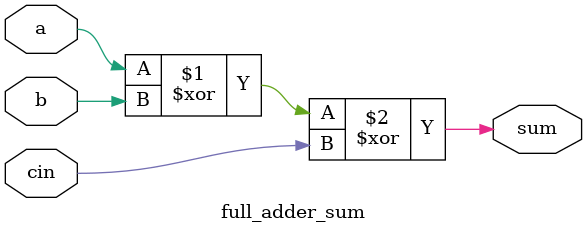
<source format=v>
module full_adder_sum(sum, a, b, cin);
    input a, b, cin;
    output sum;
    xor Sresult(sum, a, b, cin);
endmodule
</source>
